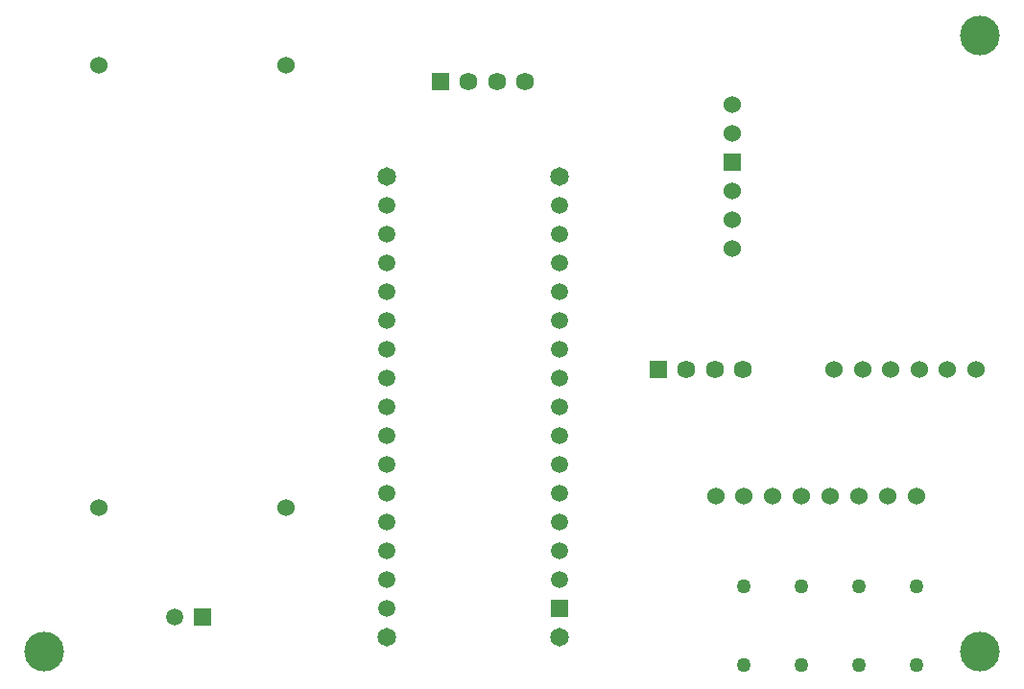
<source format=gbr>
%TF.GenerationSoftware,Altium Limited,Altium Designer,22.5.1 (42)*%
G04 Layer_Color=255*
%FSLAX45Y45*%
%MOMM*%
%TF.SameCoordinates,23F47D9D-8B9D-40EC-A212-7CA489FF55AC*%
%TF.FilePolarity,Positive*%
%TF.FileFunction,Pads,Bot*%
%TF.Part,Single*%
G01*
G75*
%TA.AperFunction,ComponentPad*%
%ADD11R,1.52400X1.52400*%
%ADD12C,1.52400*%
%ADD13C,3.50000*%
%ADD14C,1.25800*%
%ADD15R,1.59000X1.59000*%
%ADD16C,1.59000*%
%ADD17C,1.50800*%
%ADD18R,1.50800X1.50800*%
%ADD19C,1.65100*%
D11*
X15138400Y7391400D02*
D03*
D12*
Y7137400D02*
D03*
Y6883400D02*
D03*
Y6629400D02*
D03*
Y7645400D02*
D03*
Y7899400D02*
D03*
X16764000Y4445000D02*
D03*
X16510001D02*
D03*
X16256000D02*
D03*
X16002000D02*
D03*
X15748000D02*
D03*
X15494000D02*
D03*
X15239999D02*
D03*
X14994000D02*
D03*
X17285400Y5562900D02*
D03*
X17035400D02*
D03*
X16785400D02*
D03*
X16535400D02*
D03*
X16285400D02*
D03*
X16035400D02*
D03*
X9550400Y8243400D02*
D03*
X11200400Y4343400D02*
D03*
X9550400D02*
D03*
X11200400Y8243400D02*
D03*
D13*
X17322800Y8509000D02*
D03*
X9067800Y3073400D02*
D03*
X17322800D02*
D03*
D14*
X16764000Y2952000D02*
D03*
Y3652000D02*
D03*
X16256000Y2952000D02*
D03*
Y3652000D02*
D03*
X15748000Y2952000D02*
D03*
Y3652000D02*
D03*
X15239999Y2952000D02*
D03*
Y3652000D02*
D03*
D15*
X14482001Y5562600D02*
D03*
X12562225Y8102600D02*
D03*
D16*
X14732001Y5562600D02*
D03*
X14982001D02*
D03*
X15232001D02*
D03*
X12812225Y8102600D02*
D03*
X13062225D02*
D03*
X13312225D02*
D03*
D17*
X10214800Y3378200D02*
D03*
X12090400Y3454400D02*
D03*
Y3708400D02*
D03*
Y3962400D02*
D03*
Y4216400D02*
D03*
Y4470400D02*
D03*
Y4724400D02*
D03*
Y4978400D02*
D03*
Y5232400D02*
D03*
Y5486400D02*
D03*
Y5740400D02*
D03*
Y5994400D02*
D03*
Y6248400D02*
D03*
Y6502400D02*
D03*
Y6756400D02*
D03*
Y7010400D02*
D03*
X13614400D02*
D03*
Y6756400D02*
D03*
Y6502400D02*
D03*
Y6248400D02*
D03*
Y5994400D02*
D03*
Y5740400D02*
D03*
Y5486400D02*
D03*
Y5232400D02*
D03*
Y4978400D02*
D03*
Y4724400D02*
D03*
Y4470400D02*
D03*
Y4216400D02*
D03*
Y3962400D02*
D03*
Y3708400D02*
D03*
D18*
X10464800Y3378200D02*
D03*
X13614400Y3454400D02*
D03*
D19*
X12090400Y3200400D02*
D03*
X13614400D02*
D03*
X12090400Y7264400D02*
D03*
X13614400D02*
D03*
%TF.MD5,a951d62bdc0ffc83613abdd7daa488dd*%
M02*

</source>
